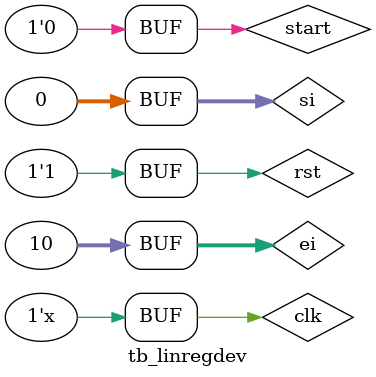
<source format=v>
`timescale 1ns / 100ps

module tb_linregdev;

parameter clk_cycle = 2;

reg clk, rst;
always #(clk_cycle/2) clk = ~clk;

reg [31:0] si, ei;
reg start;
reg [31:0] data [0:9];
wire [31:0] index, deviation, mean, value;
wire done;

assign value = data[index];

LinRegDev dut(
  .Clk(clk), .Rst(rst),
  .si(si), .ei(ei),
  .index(index), .deviation(deviation), .mean(mean), .value(value),
  .start(start), .done(done)
);

initial
begin
  //Initialize
  si = 0;
  ei = 10;
  clk = 0;
  start = 0;
  rst = 0;
  data[0] = 33;
  data[1] = 23;
  data[2] = 15;
  data[3] = 12;
  data[4] = 82;
  data[5] = 64;
  data[6] = 53;
  data[7] = 58;
  data[8] = 66;
  data[9] = 39;

  #4
  rst = 1;
  #4

  start = 1;
  #4
  start = 0;
end

endmodule

</source>
